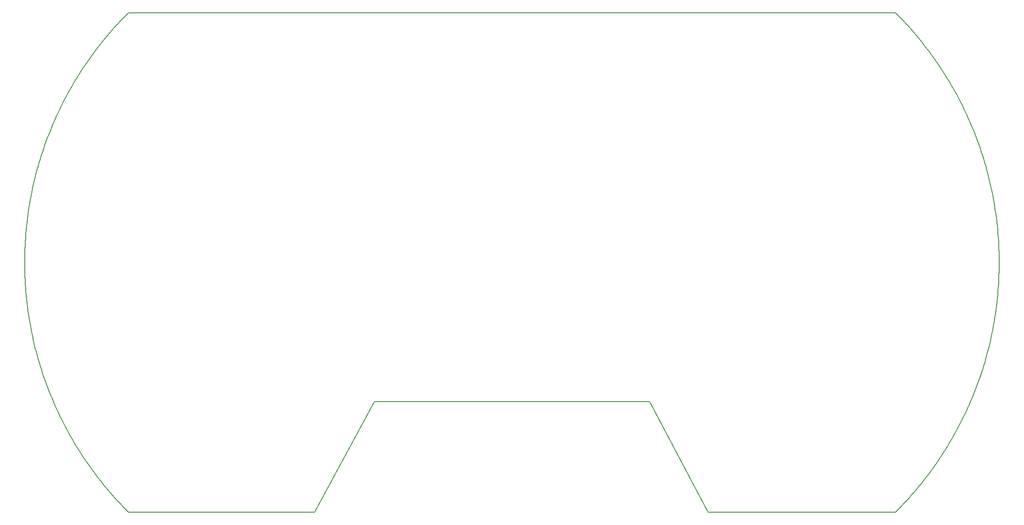
<source format=gbr>
G04 EasyPC Gerber Version 21.0.3 Build 4286 *
G04 #@! TF.Part,Single*
%FSLAX35Y35*%
%MOIN*%
%ADD16C,0.00500*%
X0Y0D02*
D02*
D16*
X88045Y46904D02*
X86020Y48951D01*
X84017Y51020*
X82036Y53111*
X80078Y55223*
X78143Y57356*
X76231Y59510*
X74343Y61684*
X72479Y63879*
X70638Y66094*
X68822Y68329*
X67029Y70583*
X65261Y72856*
X63518Y75149*
X61800Y77460*
X60107Y79789*
X58439Y82137*
X56796Y84503*
X55180Y86886*
X53589Y89287*
X52024Y91705*
X50486Y94139*
X48974Y96591*
X47488Y99058*
X46030Y101541*
X44598Y104040*
X43193Y106554*
X41816Y109083*
X40467Y111627*
X39144Y114185*
X37850Y116758*
X36583Y119344*
X35345Y121944*
X34135Y124558*
X32953Y127184*
X31799Y129823*
X30674Y132474*
X29578Y135137*
X28511Y137812*
X27473Y140498*
X26464Y143196*
X25484Y145904*
X24533Y148622*
X23613Y151351*
X22721Y154090*
X21859Y156838*
X21028Y159595*
X20226Y162361*
X19454Y165135*
X18711Y167918*
X18000Y170709*
X17318Y173507*
X16667Y176312*
X16046Y179124*
X15456Y181943*
X14896Y184768*
X14367Y187598*
X13868Y190435*
X13400Y193276*
X12963Y196123*
X12557Y198974*
X12181Y201830*
X11837Y204689*
X11524Y207551*
X11241Y210417*
X10989Y213286*
X10769Y216157*
X10580Y219031*
X10421Y221907*
X10294Y224784*
X10198Y227662*
X10133Y230541*
X10099Y233421*
X10097Y236301*
X10126Y239181*
X10185Y242060*
X10276Y244938*
X10398Y247815*
X10552Y250691*
X10736Y253565*
X10951Y256437*
X11198Y259306*
X11475Y262173*
X11784Y265036*
X12123Y267896*
X12494Y270752*
X12895Y273604*
X13327Y276451*
X13790Y279294*
X14284Y282131*
X14808Y284963*
X15363Y287789*
X15949Y290609*
X16565Y293422*
X17211Y296228*
X17888Y299028*
X18595Y301819*
X19332Y304603*
X20100Y307379*
X20897Y310146*
X21724Y312905*
X22581Y315655*
X23468Y318395*
X24384Y321125*
X25330Y323845*
X26305Y326555*
X27309Y329254*
X28343Y331943*
X29405Y334619*
X30496Y337284*
X31617Y339937*
X32765Y342578*
X33943Y345207*
X35148Y347822*
X36382Y350424*
X37644Y353013*
X38935Y355587*
X40252Y358148*
X41598Y360694*
X42970Y363226*
X44370Y365743*
X45798Y368244*
X47252Y370730*
X48733Y373199*
X50241Y375653*
X51775Y378090*
X53336Y380511*
X54922Y382914*
X56535Y385300*
X58173Y387669*
X59837Y390020*
X61526Y392352*
X63240Y394667*
X64980Y396962*
X66743Y399238*
X68532Y401495*
X70344Y403733*
X72181Y405951*
X74042Y408149*
X75927Y410327*
X77835Y412484*
X79766Y414620*
X81720Y416736*
X83697Y418830*
X85696Y420903*
X88045Y423281*
X665211*
X667236Y421234*
X669239Y419165*
X671220Y417074*
X673178Y414962*
X675113Y412829*
X677024Y410675*
X678913Y408501*
X680777Y406306*
X682618Y404091*
X684434Y401856*
X686227Y399602*
X687994Y397329*
X689738Y395036*
X691456Y392725*
X693149Y390396*
X694817Y388048*
X696459Y385682*
X698076Y383299*
X699667Y380898*
X701231Y378480*
X702770Y376046*
X704282Y373594*
X705768Y371127*
X707226Y368644*
X708658Y366145*
X710063Y363631*
X711440Y361102*
X712789Y358558*
X714111Y356000*
X715406Y353427*
X716672Y350841*
X717911Y348241*
X719121Y345627*
X720303Y343001*
X721457Y340362*
X722581Y337711*
X723678Y335048*
X724745Y332373*
X725783Y329687*
X726792Y326989*
X727772Y324281*
X728722Y321563*
X729643Y318834*
X730535Y316095*
X731396Y313347*
X732228Y310590*
X733030Y307824*
X733802Y305050*
X734544Y302267*
X735256Y299476*
X735938Y296678*
X736589Y293873*
X737210Y291061*
X737800Y288242*
X738360Y285417*
X738889Y282587*
X739388Y279750*
X739856Y276909*
X740293Y274062*
X740699Y271211*
X741074Y268356*
X741419Y265496*
X741732Y262634*
X742015Y259768*
X742267Y256899*
X742487Y254028*
X742676Y251154*
X742835Y248278*
X742962Y245401*
X743058Y242523*
X743123Y239644*
X743157Y236764*
X743159Y233884*
X743130Y231004*
X743070Y228125*
X742980Y225247*
X742857Y222370*
X742704Y219494*
X742520Y216620*
X742305Y213748*
X742058Y210879*
X741781Y208012*
X741472Y205149*
X741133Y202289*
X740762Y199433*
X740361Y196581*
X739929Y193734*
X739466Y190891*
X738972Y188054*
X738448Y185222*
X737893Y182396*
X737307Y179576*
X736691Y176763*
X736044Y173957*
X735368Y171157*
X734661Y168366*
X733924Y165582*
X733156Y162806*
X732359Y160039*
X731532Y157280*
X730675Y154530*
X729788Y151790*
X728872Y149060*
X727926Y146340*
X726951Y143630*
X725947Y140931*
X724913Y138243*
X723851Y135566*
X722759Y132901*
X721639Y130248*
X720491Y127607*
X719313Y124978*
X718107Y122363*
X716874Y119761*
X715611Y117172*
X714321Y114598*
X713004Y112037*
X711658Y109491*
X710285Y106959*
X708885Y104443*
X707458Y101941*
X706004Y99456*
X704523Y96986*
X703015Y94532*
X701481Y92095*
X699920Y89674*
X698333Y87271*
X696721Y84885*
X695083Y82516*
X693419Y80165*
X691730Y77833*
X690016Y75519*
X688276Y73223*
X686513Y70947*
X684724Y68690*
X682911Y66452*
X681074Y64234*
X679214Y62036*
X677329Y59858*
X675421Y57701*
X673490Y55565*
X671536Y53449*
X669559Y51355*
X667559Y49282*
X665211Y46904*
X524266*
X480171Y130368*
X273085*
X228203Y46904*
X88045*
X0Y0D02*
M02*

</source>
